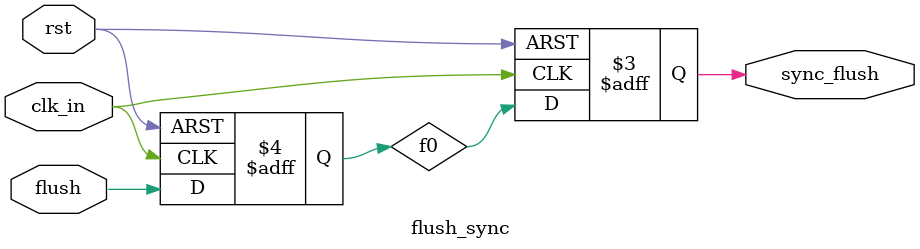
<source format=sv>
module flush_sync (input clk_in, rst, flush,
                   output reg sync_flush);
            
reg f0;

always @(posedge clk_in , negedge rst) 
	begin
	if(!rst)
	begin
		f0 <= 1'b0;
		sync_flush <= 1'b0;
	end
	else
	begin
		f0 <= flush;
		sync_flush <= f0;
	end
	end
endmodule

</source>
